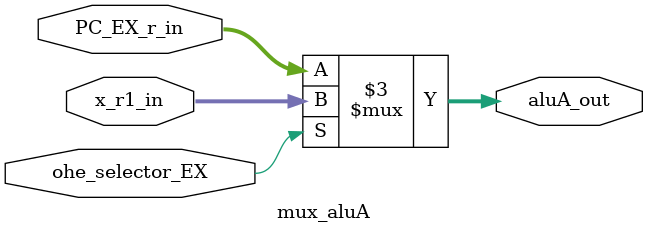
<source format=v>




`timescale 1ns/1ps

// module mux_aluA : mux_aluA
module mux_aluA
  ( input                    ohe_selector_EX,
    input             [31:0] PC_EX_r_in, // addr
    input      signed [31:0] x_r1_in, // w32
    output reg signed [31:0] aluA_out // w32
  );


  always @ (*)

  begin : p_mux_aluA

    // aluA_out = 32'sh0;

    // (aluA_copy0_PC_EX_r_EX)
    // [alu.n:210]
    aluA_out = $signed(PC_EX_r_in);

    if (ohe_selector_EX) // (aluA_copy0_x_r1_EX)
    begin
      // [alu.n:69][alu.n:131][alu.n:167](regX.n:75)
      aluA_out = x_r1_in;
    end

  end

endmodule

</source>
